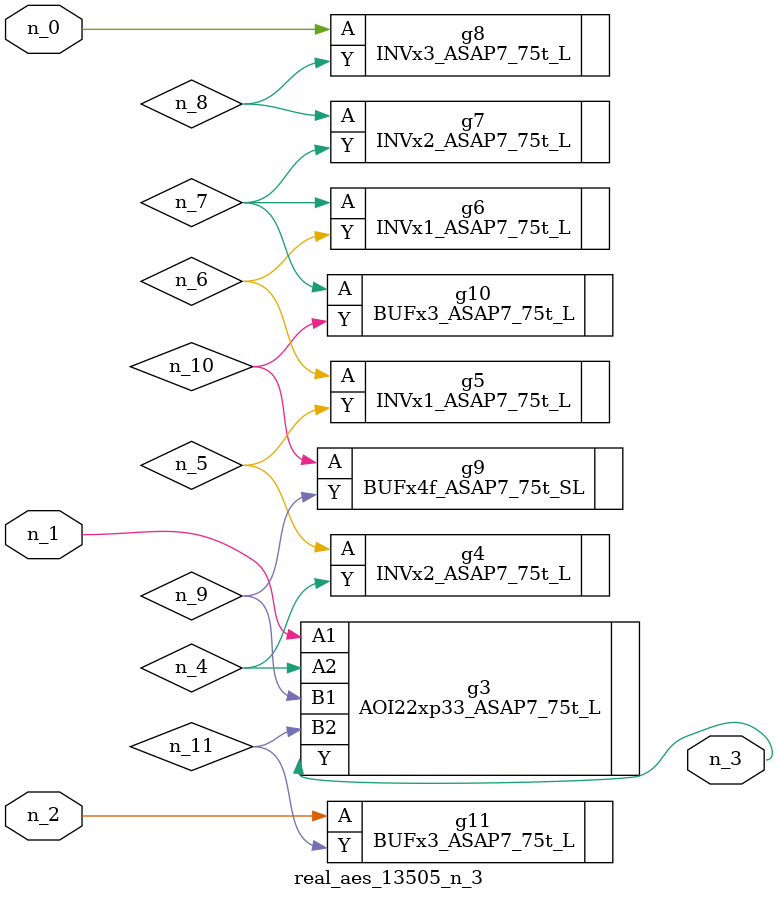
<source format=v>
module real_aes_13505_n_3 (n_0, n_2, n_1, n_3);
input n_0;
input n_2;
input n_1;
output n_3;
wire n_4;
wire n_5;
wire n_7;
wire n_9;
wire n_6;
wire n_8;
wire n_10;
wire n_11;
INVx3_ASAP7_75t_L g8 ( .A(n_0), .Y(n_8) );
AOI22xp33_ASAP7_75t_L g3 ( .A1(n_1), .A2(n_4), .B1(n_9), .B2(n_11), .Y(n_3) );
BUFx3_ASAP7_75t_L g11 ( .A(n_2), .Y(n_11) );
INVx2_ASAP7_75t_L g4 ( .A(n_5), .Y(n_4) );
INVx1_ASAP7_75t_L g5 ( .A(n_6), .Y(n_5) );
INVx1_ASAP7_75t_L g6 ( .A(n_7), .Y(n_6) );
BUFx3_ASAP7_75t_L g10 ( .A(n_7), .Y(n_10) );
INVx2_ASAP7_75t_L g7 ( .A(n_8), .Y(n_7) );
BUFx4f_ASAP7_75t_SL g9 ( .A(n_10), .Y(n_9) );
endmodule
</source>
